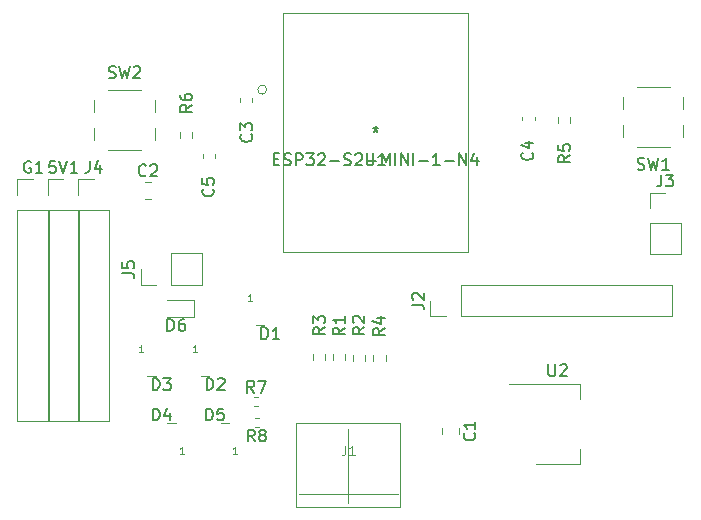
<source format=gbr>
%TF.GenerationSoftware,KiCad,Pcbnew,(6.0.4)*%
%TF.CreationDate,2022-06-24T22:40:59+02:00*%
%TF.ProjectId,ESP32_robot,45535033-325f-4726-9f62-6f742e6b6963,rev?*%
%TF.SameCoordinates,Original*%
%TF.FileFunction,Legend,Top*%
%TF.FilePolarity,Positive*%
%FSLAX46Y46*%
G04 Gerber Fmt 4.6, Leading zero omitted, Abs format (unit mm)*
G04 Created by KiCad (PCBNEW (6.0.4)) date 2022-06-24 22:40:59*
%MOMM*%
%LPD*%
G01*
G04 APERTURE LIST*
%ADD10C,0.150000*%
%ADD11C,0.100000*%
%ADD12C,0.120000*%
%ADD13C,0.020000*%
G04 APERTURE END LIST*
D10*
%TO.C,C3*%
X96140542Y-50928866D02*
X96188161Y-50976485D01*
X96235780Y-51119342D01*
X96235780Y-51214580D01*
X96188161Y-51357438D01*
X96092923Y-51452676D01*
X95997685Y-51500295D01*
X95807209Y-51547914D01*
X95664352Y-51547914D01*
X95473876Y-51500295D01*
X95378638Y-51452676D01*
X95283400Y-51357438D01*
X95235780Y-51214580D01*
X95235780Y-51119342D01*
X95283400Y-50976485D01*
X95331019Y-50928866D01*
X95235780Y-50595533D02*
X95235780Y-49976485D01*
X95616733Y-50309819D01*
X95616733Y-50166961D01*
X95664352Y-50071723D01*
X95711971Y-50024104D01*
X95807209Y-49976485D01*
X96045304Y-49976485D01*
X96140542Y-50024104D01*
X96188161Y-50071723D01*
X96235780Y-50166961D01*
X96235780Y-50452676D01*
X96188161Y-50547914D01*
X96140542Y-50595533D01*
D11*
%TO.C,J1*%
X104101933Y-77287304D02*
X104101933Y-77858733D01*
X104063838Y-77973019D01*
X103987647Y-78049209D01*
X103873361Y-78087304D01*
X103797171Y-78087304D01*
X104901933Y-78087304D02*
X104444790Y-78087304D01*
X104673361Y-78087304D02*
X104673361Y-77287304D01*
X104597171Y-77401590D01*
X104520980Y-77477780D01*
X104444790Y-77515876D01*
D10*
%TO.C,R5*%
X123123530Y-52703666D02*
X122647340Y-53037000D01*
X123123530Y-53275095D02*
X122123530Y-53275095D01*
X122123530Y-52894142D01*
X122171150Y-52798904D01*
X122218769Y-52751285D01*
X122314007Y-52703666D01*
X122456864Y-52703666D01*
X122552102Y-52751285D01*
X122599721Y-52798904D01*
X122647340Y-52894142D01*
X122647340Y-53275095D01*
X122123530Y-51798904D02*
X122123530Y-52275095D01*
X122599721Y-52322714D01*
X122552102Y-52275095D01*
X122504483Y-52179857D01*
X122504483Y-51941761D01*
X122552102Y-51846523D01*
X122599721Y-51798904D01*
X122694959Y-51751285D01*
X122933054Y-51751285D01*
X123028292Y-51798904D01*
X123075911Y-51846523D01*
X123123530Y-51941761D01*
X123123530Y-52179857D01*
X123075911Y-52275095D01*
X123028292Y-52322714D01*
%TO.C,J4*%
X82466666Y-53172380D02*
X82466666Y-53886666D01*
X82419047Y-54029523D01*
X82323809Y-54124761D01*
X82180952Y-54172380D01*
X82085714Y-54172380D01*
X83371428Y-53505714D02*
X83371428Y-54172380D01*
X83133333Y-53124761D02*
X82895238Y-53839047D01*
X83514285Y-53839047D01*
%TO.C,U1*%
X105918095Y-52540895D02*
X105918095Y-53350419D01*
X105965714Y-53445657D01*
X106013333Y-53493276D01*
X106108571Y-53540895D01*
X106299047Y-53540895D01*
X106394285Y-53493276D01*
X106441904Y-53445657D01*
X106489523Y-53350419D01*
X106489523Y-52540895D01*
X107489523Y-53540895D02*
X106918095Y-53540895D01*
X107203809Y-53540895D02*
X107203809Y-52540895D01*
X107108571Y-52683753D01*
X107013333Y-52778991D01*
X106918095Y-52826610D01*
X98060952Y-53017086D02*
X98394285Y-53017086D01*
X98537142Y-53540895D02*
X98060952Y-53540895D01*
X98060952Y-52540895D01*
X98537142Y-52540895D01*
X98918095Y-53493276D02*
X99060952Y-53540895D01*
X99299047Y-53540895D01*
X99394285Y-53493276D01*
X99441904Y-53445657D01*
X99489523Y-53350419D01*
X99489523Y-53255181D01*
X99441904Y-53159943D01*
X99394285Y-53112324D01*
X99299047Y-53064705D01*
X99108571Y-53017086D01*
X99013333Y-52969467D01*
X98965714Y-52921848D01*
X98918095Y-52826610D01*
X98918095Y-52731372D01*
X98965714Y-52636134D01*
X99013333Y-52588515D01*
X99108571Y-52540895D01*
X99346666Y-52540895D01*
X99489523Y-52588515D01*
X99918095Y-53540895D02*
X99918095Y-52540895D01*
X100299047Y-52540895D01*
X100394285Y-52588515D01*
X100441904Y-52636134D01*
X100489523Y-52731372D01*
X100489523Y-52874229D01*
X100441904Y-52969467D01*
X100394285Y-53017086D01*
X100299047Y-53064705D01*
X99918095Y-53064705D01*
X100822857Y-52540895D02*
X101441904Y-52540895D01*
X101108571Y-52921848D01*
X101251428Y-52921848D01*
X101346666Y-52969467D01*
X101394285Y-53017086D01*
X101441904Y-53112324D01*
X101441904Y-53350419D01*
X101394285Y-53445657D01*
X101346666Y-53493276D01*
X101251428Y-53540895D01*
X100965714Y-53540895D01*
X100870476Y-53493276D01*
X100822857Y-53445657D01*
X101822857Y-52636134D02*
X101870476Y-52588515D01*
X101965714Y-52540895D01*
X102203809Y-52540895D01*
X102299047Y-52588515D01*
X102346666Y-52636134D01*
X102394285Y-52731372D01*
X102394285Y-52826610D01*
X102346666Y-52969467D01*
X101775238Y-53540895D01*
X102394285Y-53540895D01*
X102822857Y-53159943D02*
X103584761Y-53159943D01*
X104013333Y-53493276D02*
X104156190Y-53540895D01*
X104394285Y-53540895D01*
X104489523Y-53493276D01*
X104537142Y-53445657D01*
X104584761Y-53350419D01*
X104584761Y-53255181D01*
X104537142Y-53159943D01*
X104489523Y-53112324D01*
X104394285Y-53064705D01*
X104203809Y-53017086D01*
X104108571Y-52969467D01*
X104060952Y-52921848D01*
X104013333Y-52826610D01*
X104013333Y-52731372D01*
X104060952Y-52636134D01*
X104108571Y-52588515D01*
X104203809Y-52540895D01*
X104441904Y-52540895D01*
X104584761Y-52588515D01*
X104965714Y-52636134D02*
X105013333Y-52588515D01*
X105108571Y-52540895D01*
X105346666Y-52540895D01*
X105441904Y-52588515D01*
X105489523Y-52636134D01*
X105537142Y-52731372D01*
X105537142Y-52826610D01*
X105489523Y-52969467D01*
X104918095Y-53540895D01*
X105537142Y-53540895D01*
X105965714Y-53159943D02*
X106727619Y-53159943D01*
X107203809Y-53540895D02*
X107203809Y-52540895D01*
X107537142Y-53255181D01*
X107870476Y-52540895D01*
X107870476Y-53540895D01*
X108346666Y-53540895D02*
X108346666Y-52540895D01*
X108822857Y-53540895D02*
X108822857Y-52540895D01*
X109394285Y-53540895D01*
X109394285Y-52540895D01*
X109870476Y-53540895D02*
X109870476Y-52540895D01*
X110346666Y-53159943D02*
X111108571Y-53159943D01*
X112108571Y-53540895D02*
X111537142Y-53540895D01*
X111822857Y-53540895D02*
X111822857Y-52540895D01*
X111727619Y-52683753D01*
X111632380Y-52778991D01*
X111537142Y-52826610D01*
X112537142Y-53159943D02*
X113299047Y-53159943D01*
X113775238Y-53540895D02*
X113775238Y-52540895D01*
X114346666Y-53540895D01*
X114346666Y-52540895D01*
X115251428Y-52874229D02*
X115251428Y-53540895D01*
X115013333Y-52493276D02*
X114775238Y-53207562D01*
X115394285Y-53207562D01*
X106680000Y-50252380D02*
X106680000Y-50490476D01*
X106441904Y-50395238D02*
X106680000Y-50490476D01*
X106918095Y-50395238D01*
X106537142Y-50680952D02*
X106680000Y-50490476D01*
X106822857Y-50680952D01*
%TO.C,C2*%
X87233333Y-54377142D02*
X87185714Y-54424761D01*
X87042857Y-54472380D01*
X86947619Y-54472380D01*
X86804761Y-54424761D01*
X86709523Y-54329523D01*
X86661904Y-54234285D01*
X86614285Y-54043809D01*
X86614285Y-53900952D01*
X86661904Y-53710476D01*
X86709523Y-53615238D01*
X86804761Y-53520000D01*
X86947619Y-53472380D01*
X87042857Y-53472380D01*
X87185714Y-53520000D01*
X87233333Y-53567619D01*
X87614285Y-53567619D02*
X87661904Y-53520000D01*
X87757142Y-53472380D01*
X87995238Y-53472380D01*
X88090476Y-53520000D01*
X88138095Y-53567619D01*
X88185714Y-53662857D01*
X88185714Y-53758095D01*
X88138095Y-53900952D01*
X87566666Y-54472380D01*
X88185714Y-54472380D01*
%TO.C,R3*%
X102382580Y-67265866D02*
X101906390Y-67599200D01*
X102382580Y-67837295D02*
X101382580Y-67837295D01*
X101382580Y-67456342D01*
X101430200Y-67361104D01*
X101477819Y-67313485D01*
X101573057Y-67265866D01*
X101715914Y-67265866D01*
X101811152Y-67313485D01*
X101858771Y-67361104D01*
X101906390Y-67456342D01*
X101906390Y-67837295D01*
X101382580Y-66932533D02*
X101382580Y-66313485D01*
X101763533Y-66646819D01*
X101763533Y-66503961D01*
X101811152Y-66408723D01*
X101858771Y-66361104D01*
X101954009Y-66313485D01*
X102192104Y-66313485D01*
X102287342Y-66361104D01*
X102334961Y-66408723D01*
X102382580Y-66503961D01*
X102382580Y-66789676D01*
X102334961Y-66884914D01*
X102287342Y-66932533D01*
%TO.C,U2*%
X121305895Y-70392780D02*
X121305895Y-71202304D01*
X121353514Y-71297542D01*
X121401133Y-71345161D01*
X121496371Y-71392780D01*
X121686847Y-71392780D01*
X121782085Y-71345161D01*
X121829704Y-71297542D01*
X121877323Y-71202304D01*
X121877323Y-70392780D01*
X122305895Y-70488019D02*
X122353514Y-70440400D01*
X122448752Y-70392780D01*
X122686847Y-70392780D01*
X122782085Y-70440400D01*
X122829704Y-70488019D01*
X122877323Y-70583257D01*
X122877323Y-70678495D01*
X122829704Y-70821352D01*
X122258276Y-71392780D01*
X122877323Y-71392780D01*
%TO.C,C1*%
X115037142Y-76216666D02*
X115084761Y-76264285D01*
X115132380Y-76407142D01*
X115132380Y-76502380D01*
X115084761Y-76645238D01*
X114989523Y-76740476D01*
X114894285Y-76788095D01*
X114703809Y-76835714D01*
X114560952Y-76835714D01*
X114370476Y-76788095D01*
X114275238Y-76740476D01*
X114180000Y-76645238D01*
X114132380Y-76502380D01*
X114132380Y-76407142D01*
X114180000Y-76264285D01*
X114227619Y-76216666D01*
X115132380Y-75264285D02*
X115132380Y-75835714D01*
X115132380Y-75550000D02*
X114132380Y-75550000D01*
X114275238Y-75645238D01*
X114370476Y-75740476D01*
X114418095Y-75835714D01*
%TO.C,J3*%
X130866666Y-54322380D02*
X130866666Y-55036666D01*
X130819047Y-55179523D01*
X130723809Y-55274761D01*
X130580952Y-55322380D01*
X130485714Y-55322380D01*
X131247619Y-54322380D02*
X131866666Y-54322380D01*
X131533333Y-54703333D01*
X131676190Y-54703333D01*
X131771428Y-54750952D01*
X131819047Y-54798571D01*
X131866666Y-54893809D01*
X131866666Y-55131904D01*
X131819047Y-55227142D01*
X131771428Y-55274761D01*
X131676190Y-55322380D01*
X131390476Y-55322380D01*
X131295238Y-55274761D01*
X131247619Y-55227142D01*
%TO.C,R8*%
X96443333Y-76922380D02*
X96110000Y-76446190D01*
X95871904Y-76922380D02*
X95871904Y-75922380D01*
X96252857Y-75922380D01*
X96348095Y-75970000D01*
X96395714Y-76017619D01*
X96443333Y-76112857D01*
X96443333Y-76255714D01*
X96395714Y-76350952D01*
X96348095Y-76398571D01*
X96252857Y-76446190D01*
X95871904Y-76446190D01*
X97014761Y-76350952D02*
X96919523Y-76303333D01*
X96871904Y-76255714D01*
X96824285Y-76160476D01*
X96824285Y-76112857D01*
X96871904Y-76017619D01*
X96919523Y-75970000D01*
X97014761Y-75922380D01*
X97205238Y-75922380D01*
X97300476Y-75970000D01*
X97348095Y-76017619D01*
X97395714Y-76112857D01*
X97395714Y-76160476D01*
X97348095Y-76255714D01*
X97300476Y-76303333D01*
X97205238Y-76350952D01*
X97014761Y-76350952D01*
X96919523Y-76398571D01*
X96871904Y-76446190D01*
X96824285Y-76541428D01*
X96824285Y-76731904D01*
X96871904Y-76827142D01*
X96919523Y-76874761D01*
X97014761Y-76922380D01*
X97205238Y-76922380D01*
X97300476Y-76874761D01*
X97348095Y-76827142D01*
X97395714Y-76731904D01*
X97395714Y-76541428D01*
X97348095Y-76446190D01*
X97300476Y-76398571D01*
X97205238Y-76350952D01*
%TO.C,D2*%
X92361904Y-72562380D02*
X92361904Y-71562380D01*
X92600000Y-71562380D01*
X92742857Y-71610000D01*
X92838095Y-71705238D01*
X92885714Y-71800476D01*
X92933333Y-71990952D01*
X92933333Y-72133809D01*
X92885714Y-72324285D01*
X92838095Y-72419523D01*
X92742857Y-72514761D01*
X92600000Y-72562380D01*
X92361904Y-72562380D01*
X93314285Y-71657619D02*
X93361904Y-71610000D01*
X93457142Y-71562380D01*
X93695238Y-71562380D01*
X93790476Y-71610000D01*
X93838095Y-71657619D01*
X93885714Y-71752857D01*
X93885714Y-71848095D01*
X93838095Y-71990952D01*
X93266666Y-72562380D01*
X93885714Y-72562380D01*
D11*
X91571428Y-69371428D02*
X91228571Y-69371428D01*
X91400000Y-69371428D02*
X91400000Y-68771428D01*
X91342857Y-68857142D01*
X91285714Y-68914285D01*
X91228571Y-68942857D01*
D10*
%TO.C,R1*%
X104058980Y-67295066D02*
X103582790Y-67628400D01*
X104058980Y-67866495D02*
X103058980Y-67866495D01*
X103058980Y-67485542D01*
X103106600Y-67390304D01*
X103154219Y-67342685D01*
X103249457Y-67295066D01*
X103392314Y-67295066D01*
X103487552Y-67342685D01*
X103535171Y-67390304D01*
X103582790Y-67485542D01*
X103582790Y-67866495D01*
X104058980Y-66342685D02*
X104058980Y-66914114D01*
X104058980Y-66628400D02*
X103058980Y-66628400D01*
X103201838Y-66723638D01*
X103297076Y-66818876D01*
X103344695Y-66914114D01*
%TO.C,R6*%
X91130380Y-48426666D02*
X90654190Y-48760000D01*
X91130380Y-48998095D02*
X90130380Y-48998095D01*
X90130380Y-48617142D01*
X90178000Y-48521904D01*
X90225619Y-48474285D01*
X90320857Y-48426666D01*
X90463714Y-48426666D01*
X90558952Y-48474285D01*
X90606571Y-48521904D01*
X90654190Y-48617142D01*
X90654190Y-48998095D01*
X90130380Y-47569523D02*
X90130380Y-47760000D01*
X90178000Y-47855238D01*
X90225619Y-47902857D01*
X90368476Y-47998095D01*
X90558952Y-48045714D01*
X90939904Y-48045714D01*
X91035142Y-47998095D01*
X91082761Y-47950476D01*
X91130380Y-47855238D01*
X91130380Y-47664761D01*
X91082761Y-47569523D01*
X91035142Y-47521904D01*
X90939904Y-47474285D01*
X90701809Y-47474285D01*
X90606571Y-47521904D01*
X90558952Y-47569523D01*
X90511333Y-47664761D01*
X90511333Y-47855238D01*
X90558952Y-47950476D01*
X90606571Y-47998095D01*
X90701809Y-48045714D01*
%TO.C,J2*%
X109772380Y-65333333D02*
X110486666Y-65333333D01*
X110629523Y-65380952D01*
X110724761Y-65476190D01*
X110772380Y-65619047D01*
X110772380Y-65714285D01*
X109867619Y-64904761D02*
X109820000Y-64857142D01*
X109772380Y-64761904D01*
X109772380Y-64523809D01*
X109820000Y-64428571D01*
X109867619Y-64380952D01*
X109962857Y-64333333D01*
X110058095Y-64333333D01*
X110200952Y-64380952D01*
X110772380Y-64952380D01*
X110772380Y-64333333D01*
%TO.C,SW2*%
X84086866Y-46112561D02*
X84229723Y-46160180D01*
X84467819Y-46160180D01*
X84563057Y-46112561D01*
X84610676Y-46064942D01*
X84658295Y-45969704D01*
X84658295Y-45874466D01*
X84610676Y-45779228D01*
X84563057Y-45731609D01*
X84467819Y-45683990D01*
X84277342Y-45636371D01*
X84182104Y-45588752D01*
X84134485Y-45541133D01*
X84086866Y-45445895D01*
X84086866Y-45350657D01*
X84134485Y-45255419D01*
X84182104Y-45207800D01*
X84277342Y-45160180D01*
X84515438Y-45160180D01*
X84658295Y-45207800D01*
X84991628Y-45160180D02*
X85229723Y-46160180D01*
X85420200Y-45445895D01*
X85610676Y-46160180D01*
X85848771Y-45160180D01*
X86182104Y-45255419D02*
X86229723Y-45207800D01*
X86324961Y-45160180D01*
X86563057Y-45160180D01*
X86658295Y-45207800D01*
X86705914Y-45255419D01*
X86753533Y-45350657D01*
X86753533Y-45445895D01*
X86705914Y-45588752D01*
X86134485Y-46160180D01*
X86753533Y-46160180D01*
%TO.C,SW1*%
X128856216Y-53868361D02*
X128999073Y-53915980D01*
X129237169Y-53915980D01*
X129332407Y-53868361D01*
X129380026Y-53820742D01*
X129427645Y-53725504D01*
X129427645Y-53630266D01*
X129380026Y-53535028D01*
X129332407Y-53487409D01*
X129237169Y-53439790D01*
X129046692Y-53392171D01*
X128951454Y-53344552D01*
X128903835Y-53296933D01*
X128856216Y-53201695D01*
X128856216Y-53106457D01*
X128903835Y-53011219D01*
X128951454Y-52963600D01*
X129046692Y-52915980D01*
X129284788Y-52915980D01*
X129427645Y-52963600D01*
X129760978Y-52915980D02*
X129999073Y-53915980D01*
X130189550Y-53201695D01*
X130380026Y-53915980D01*
X130618121Y-52915980D01*
X131522883Y-53915980D02*
X130951454Y-53915980D01*
X131237169Y-53915980D02*
X131237169Y-52915980D01*
X131141930Y-53058838D01*
X131046692Y-53154076D01*
X130951454Y-53201695D01*
%TO.C,D3*%
X87811904Y-72572380D02*
X87811904Y-71572380D01*
X88050000Y-71572380D01*
X88192857Y-71620000D01*
X88288095Y-71715238D01*
X88335714Y-71810476D01*
X88383333Y-72000952D01*
X88383333Y-72143809D01*
X88335714Y-72334285D01*
X88288095Y-72429523D01*
X88192857Y-72524761D01*
X88050000Y-72572380D01*
X87811904Y-72572380D01*
X88716666Y-71572380D02*
X89335714Y-71572380D01*
X89002380Y-71953333D01*
X89145238Y-71953333D01*
X89240476Y-72000952D01*
X89288095Y-72048571D01*
X89335714Y-72143809D01*
X89335714Y-72381904D01*
X89288095Y-72477142D01*
X89240476Y-72524761D01*
X89145238Y-72572380D01*
X88859523Y-72572380D01*
X88764285Y-72524761D01*
X88716666Y-72477142D01*
D11*
X87021428Y-69381428D02*
X86678571Y-69381428D01*
X86850000Y-69381428D02*
X86850000Y-68781428D01*
X86792857Y-68867142D01*
X86735714Y-68924285D01*
X86678571Y-68952857D01*
D10*
%TO.C,D4*%
X87811904Y-75142380D02*
X87811904Y-74142380D01*
X88050000Y-74142380D01*
X88192857Y-74190000D01*
X88288095Y-74285238D01*
X88335714Y-74380476D01*
X88383333Y-74570952D01*
X88383333Y-74713809D01*
X88335714Y-74904285D01*
X88288095Y-74999523D01*
X88192857Y-75094761D01*
X88050000Y-75142380D01*
X87811904Y-75142380D01*
X89240476Y-74475714D02*
X89240476Y-75142380D01*
X89002380Y-74094761D02*
X88764285Y-74809047D01*
X89383333Y-74809047D01*
D11*
X90421428Y-77971428D02*
X90078571Y-77971428D01*
X90250000Y-77971428D02*
X90250000Y-77371428D01*
X90192857Y-77457142D01*
X90135714Y-77514285D01*
X90078571Y-77542857D01*
D10*
%TO.C,5V1*%
X79573333Y-53182380D02*
X79097142Y-53182380D01*
X79049523Y-53658571D01*
X79097142Y-53610952D01*
X79192380Y-53563333D01*
X79430476Y-53563333D01*
X79525714Y-53610952D01*
X79573333Y-53658571D01*
X79620952Y-53753809D01*
X79620952Y-53991904D01*
X79573333Y-54087142D01*
X79525714Y-54134761D01*
X79430476Y-54182380D01*
X79192380Y-54182380D01*
X79097142Y-54134761D01*
X79049523Y-54087142D01*
X79906666Y-53182380D02*
X80240000Y-54182380D01*
X80573333Y-53182380D01*
X81430476Y-54182380D02*
X80859047Y-54182380D01*
X81144761Y-54182380D02*
X81144761Y-53182380D01*
X81049523Y-53325238D01*
X80954285Y-53420476D01*
X80859047Y-53468095D01*
%TO.C,D6*%
X89051904Y-67572380D02*
X89051904Y-66572380D01*
X89290000Y-66572380D01*
X89432857Y-66620000D01*
X89528095Y-66715238D01*
X89575714Y-66810476D01*
X89623333Y-67000952D01*
X89623333Y-67143809D01*
X89575714Y-67334285D01*
X89528095Y-67429523D01*
X89432857Y-67524761D01*
X89290000Y-67572380D01*
X89051904Y-67572380D01*
X90480476Y-66572380D02*
X90290000Y-66572380D01*
X90194761Y-66620000D01*
X90147142Y-66667619D01*
X90051904Y-66810476D01*
X90004285Y-67000952D01*
X90004285Y-67381904D01*
X90051904Y-67477142D01*
X90099523Y-67524761D01*
X90194761Y-67572380D01*
X90385238Y-67572380D01*
X90480476Y-67524761D01*
X90528095Y-67477142D01*
X90575714Y-67381904D01*
X90575714Y-67143809D01*
X90528095Y-67048571D01*
X90480476Y-67000952D01*
X90385238Y-66953333D01*
X90194761Y-66953333D01*
X90099523Y-67000952D01*
X90051904Y-67048571D01*
X90004285Y-67143809D01*
%TO.C,D1*%
X97011904Y-68262380D02*
X97011904Y-67262380D01*
X97250000Y-67262380D01*
X97392857Y-67310000D01*
X97488095Y-67405238D01*
X97535714Y-67500476D01*
X97583333Y-67690952D01*
X97583333Y-67833809D01*
X97535714Y-68024285D01*
X97488095Y-68119523D01*
X97392857Y-68214761D01*
X97250000Y-68262380D01*
X97011904Y-68262380D01*
X98535714Y-68262380D02*
X97964285Y-68262380D01*
X98250000Y-68262380D02*
X98250000Y-67262380D01*
X98154761Y-67405238D01*
X98059523Y-67500476D01*
X97964285Y-67548095D01*
D11*
X96221428Y-65071428D02*
X95878571Y-65071428D01*
X96050000Y-65071428D02*
X96050000Y-64471428D01*
X95992857Y-64557142D01*
X95935714Y-64614285D01*
X95878571Y-64642857D01*
D10*
%TO.C,J5*%
X85247380Y-62673333D02*
X85961666Y-62673333D01*
X86104523Y-62720952D01*
X86199761Y-62816190D01*
X86247380Y-62959047D01*
X86247380Y-63054285D01*
X85247380Y-61720952D02*
X85247380Y-62197142D01*
X85723571Y-62244761D01*
X85675952Y-62197142D01*
X85628333Y-62101904D01*
X85628333Y-61863809D01*
X85675952Y-61768571D01*
X85723571Y-61720952D01*
X85818809Y-61673333D01*
X86056904Y-61673333D01*
X86152142Y-61720952D01*
X86199761Y-61768571D01*
X86247380Y-61863809D01*
X86247380Y-62101904D01*
X86199761Y-62197142D01*
X86152142Y-62244761D01*
%TO.C,R7*%
X96388333Y-72782380D02*
X96055000Y-72306190D01*
X95816904Y-72782380D02*
X95816904Y-71782380D01*
X96197857Y-71782380D01*
X96293095Y-71830000D01*
X96340714Y-71877619D01*
X96388333Y-71972857D01*
X96388333Y-72115714D01*
X96340714Y-72210952D01*
X96293095Y-72258571D01*
X96197857Y-72306190D01*
X95816904Y-72306190D01*
X96721666Y-71782380D02*
X97388333Y-71782380D01*
X96959761Y-72782380D01*
%TO.C,C4*%
X119929492Y-52475066D02*
X119977111Y-52522685D01*
X120024730Y-52665542D01*
X120024730Y-52760780D01*
X119977111Y-52903638D01*
X119881873Y-52998876D01*
X119786635Y-53046495D01*
X119596159Y-53094114D01*
X119453302Y-53094114D01*
X119262826Y-53046495D01*
X119167588Y-52998876D01*
X119072350Y-52903638D01*
X119024730Y-52760780D01*
X119024730Y-52665542D01*
X119072350Y-52522685D01*
X119119969Y-52475066D01*
X119358064Y-51617923D02*
X120024730Y-51617923D01*
X118977111Y-51856019D02*
X119691397Y-52094114D01*
X119691397Y-51475066D01*
%TO.C,R2*%
X105733480Y-67246166D02*
X105257290Y-67579500D01*
X105733480Y-67817595D02*
X104733480Y-67817595D01*
X104733480Y-67436642D01*
X104781100Y-67341404D01*
X104828719Y-67293785D01*
X104923957Y-67246166D01*
X105066814Y-67246166D01*
X105162052Y-67293785D01*
X105209671Y-67341404D01*
X105257290Y-67436642D01*
X105257290Y-67817595D01*
X104828719Y-66865214D02*
X104781100Y-66817595D01*
X104733480Y-66722357D01*
X104733480Y-66484261D01*
X104781100Y-66389023D01*
X104828719Y-66341404D01*
X104923957Y-66293785D01*
X105019195Y-66293785D01*
X105162052Y-66341404D01*
X105733480Y-66912833D01*
X105733480Y-66293785D01*
%TO.C,G1*%
X77465714Y-53230000D02*
X77370476Y-53182380D01*
X77227619Y-53182380D01*
X77084761Y-53230000D01*
X76989523Y-53325238D01*
X76941904Y-53420476D01*
X76894285Y-53610952D01*
X76894285Y-53753809D01*
X76941904Y-53944285D01*
X76989523Y-54039523D01*
X77084761Y-54134761D01*
X77227619Y-54182380D01*
X77322857Y-54182380D01*
X77465714Y-54134761D01*
X77513333Y-54087142D01*
X77513333Y-53753809D01*
X77322857Y-53753809D01*
X78465714Y-54182380D02*
X77894285Y-54182380D01*
X78180000Y-54182380D02*
X78180000Y-53182380D01*
X78084761Y-53325238D01*
X77989523Y-53420476D01*
X77894285Y-53468095D01*
%TO.C,D5*%
X92311904Y-75142380D02*
X92311904Y-74142380D01*
X92550000Y-74142380D01*
X92692857Y-74190000D01*
X92788095Y-74285238D01*
X92835714Y-74380476D01*
X92883333Y-74570952D01*
X92883333Y-74713809D01*
X92835714Y-74904285D01*
X92788095Y-74999523D01*
X92692857Y-75094761D01*
X92550000Y-75142380D01*
X92311904Y-75142380D01*
X93788095Y-74142380D02*
X93311904Y-74142380D01*
X93264285Y-74618571D01*
X93311904Y-74570952D01*
X93407142Y-74523333D01*
X93645238Y-74523333D01*
X93740476Y-74570952D01*
X93788095Y-74618571D01*
X93835714Y-74713809D01*
X93835714Y-74951904D01*
X93788095Y-75047142D01*
X93740476Y-75094761D01*
X93645238Y-75142380D01*
X93407142Y-75142380D01*
X93311904Y-75094761D01*
X93264285Y-75047142D01*
D11*
X94921428Y-77971428D02*
X94578571Y-77971428D01*
X94750000Y-77971428D02*
X94750000Y-77371428D01*
X94692857Y-77457142D01*
X94635714Y-77514285D01*
X94578571Y-77542857D01*
D10*
%TO.C,C5*%
X92901742Y-55551666D02*
X92949361Y-55599285D01*
X92996980Y-55742142D01*
X92996980Y-55837380D01*
X92949361Y-55980238D01*
X92854123Y-56075476D01*
X92758885Y-56123095D01*
X92568409Y-56170714D01*
X92425552Y-56170714D01*
X92235076Y-56123095D01*
X92139838Y-56075476D01*
X92044600Y-55980238D01*
X91996980Y-55837380D01*
X91996980Y-55742142D01*
X92044600Y-55599285D01*
X92092219Y-55551666D01*
X91996980Y-54646904D02*
X91996980Y-55123095D01*
X92473171Y-55170714D01*
X92425552Y-55123095D01*
X92377933Y-55027857D01*
X92377933Y-54789761D01*
X92425552Y-54694523D01*
X92473171Y-54646904D01*
X92568409Y-54599285D01*
X92806504Y-54599285D01*
X92901742Y-54646904D01*
X92949361Y-54694523D01*
X92996980Y-54789761D01*
X92996980Y-55027857D01*
X92949361Y-55123095D01*
X92901742Y-55170714D01*
%TO.C,R4*%
X107437180Y-67342066D02*
X106960990Y-67675400D01*
X107437180Y-67913495D02*
X106437180Y-67913495D01*
X106437180Y-67532542D01*
X106484800Y-67437304D01*
X106532419Y-67389685D01*
X106627657Y-67342066D01*
X106770514Y-67342066D01*
X106865752Y-67389685D01*
X106913371Y-67437304D01*
X106960990Y-67532542D01*
X106960990Y-67913495D01*
X106770514Y-66484923D02*
X107437180Y-66484923D01*
X106389561Y-66723019D02*
X107103847Y-66961114D01*
X107103847Y-66342066D01*
D12*
%TO.C,C3*%
X95222600Y-47878420D02*
X95222600Y-48159580D01*
X96242600Y-47878420D02*
X96242600Y-48159580D01*
D11*
%TO.C,J1*%
X108568600Y-81375400D02*
X100168600Y-81375400D01*
X99968600Y-75375400D02*
X108768600Y-75375400D01*
X99968600Y-75375400D02*
X99968600Y-82475400D01*
X108768600Y-75375400D02*
X108768600Y-82475400D01*
X108768600Y-82475400D02*
X99968600Y-82475400D01*
D13*
X104368600Y-75855400D02*
X104368600Y-82175400D01*
D12*
%TO.C,R5*%
X123168250Y-49972324D02*
X123168250Y-49462876D01*
X122123250Y-49972324D02*
X122123250Y-49462876D01*
%TO.C,J4*%
X81470000Y-56050000D02*
X81470000Y-54720000D01*
X84130000Y-57320000D02*
X84130000Y-75160000D01*
X81470000Y-57320000D02*
X81470000Y-75160000D01*
X81470000Y-54720000D02*
X82800000Y-54720000D01*
X81470000Y-75160000D02*
X84130000Y-75160000D01*
X81470000Y-57320000D02*
X84130000Y-57320000D01*
%TO.C,U1*%
X114503200Y-60921900D02*
X114503200Y-40678100D01*
X114503200Y-40678100D02*
X98856800Y-40678100D01*
X98856800Y-60921900D02*
X114503200Y-60921900D01*
X98856800Y-40678100D02*
X98856800Y-60921900D01*
X97459800Y-47138514D02*
G75*
G03*
X97459800Y-47138514I-381000J0D01*
G01*
%TO.C,C2*%
X87138748Y-54965000D02*
X87661252Y-54965000D01*
X87138748Y-56435000D02*
X87661252Y-56435000D01*
%TO.C,R3*%
X101382300Y-70046324D02*
X101382300Y-69536876D01*
X102427300Y-70046324D02*
X102427300Y-69536876D01*
%TO.C,U2*%
X123977800Y-72030400D02*
X123977800Y-73290400D01*
X117967800Y-72030400D02*
X123977800Y-72030400D01*
X123977800Y-78850400D02*
X123977800Y-77590400D01*
X120217800Y-78850400D02*
X123977800Y-78850400D01*
%TO.C,C1*%
X113735000Y-75788748D02*
X113735000Y-76311252D01*
X112265000Y-75788748D02*
X112265000Y-76311252D01*
%TO.C,J3*%
X129870000Y-57200000D02*
X129870000Y-55870000D01*
X129870000Y-55870000D02*
X131200000Y-55870000D01*
X129870000Y-61070000D02*
X132530000Y-61070000D01*
X132530000Y-58470000D02*
X132530000Y-61070000D01*
X129870000Y-58470000D02*
X129870000Y-61070000D01*
X129870000Y-58470000D02*
X132530000Y-58470000D01*
%TO.C,R8*%
X96763641Y-74920000D02*
X96456359Y-74920000D01*
X96763641Y-75680000D02*
X96456359Y-75680000D01*
%TO.C,D2*%
X91900000Y-71400000D02*
X92600000Y-71400000D01*
%TO.C,R1*%
X103058700Y-70048224D02*
X103058700Y-69538776D01*
X104103700Y-70048224D02*
X104103700Y-69538776D01*
%TO.C,R6*%
X91149700Y-51230624D02*
X91149700Y-50721176D01*
X90104700Y-51230624D02*
X90104700Y-50721176D01*
%TO.C,J2*%
X131760000Y-66330000D02*
X131760000Y-63670000D01*
X113920000Y-66330000D02*
X131760000Y-66330000D01*
X111320000Y-66330000D02*
X111320000Y-65000000D01*
X113920000Y-63670000D02*
X131760000Y-63670000D01*
X113920000Y-66330000D02*
X113920000Y-63670000D01*
X112650000Y-66330000D02*
X111320000Y-66330000D01*
%TO.C,SW2*%
X82870200Y-50382800D02*
X82870200Y-51407800D01*
X84045200Y-52257800D02*
X86795200Y-52257800D01*
X87970200Y-50382800D02*
X87970200Y-51407800D01*
X87970200Y-48007800D02*
X87970200Y-49032800D01*
X84045200Y-47157800D02*
X86795200Y-47157800D01*
X82870200Y-48007800D02*
X82870200Y-49032800D01*
%TO.C,SW1*%
X127639550Y-48788600D02*
X127639550Y-47763600D01*
X127639550Y-51163600D02*
X127639550Y-50138600D01*
X132739550Y-51163600D02*
X132739550Y-50138600D01*
X132739550Y-48788600D02*
X132739550Y-47763600D01*
X131564550Y-46913600D02*
X128814550Y-46913600D01*
X131564550Y-52013600D02*
X128814550Y-52013600D01*
%TO.C,D3*%
X87350000Y-71410000D02*
X88050000Y-71410000D01*
%TO.C,D4*%
X89750000Y-75400000D02*
X89050000Y-75400000D01*
%TO.C,5V1*%
X78910000Y-75170000D02*
X81570000Y-75170000D01*
X81570000Y-57330000D02*
X81570000Y-75170000D01*
X78910000Y-56060000D02*
X78910000Y-54730000D01*
X78910000Y-54730000D02*
X80240000Y-54730000D01*
X78910000Y-57330000D02*
X81570000Y-57330000D01*
X78910000Y-57330000D02*
X78910000Y-75170000D01*
%TO.C,D6*%
X91275000Y-64955000D02*
X88990000Y-64955000D01*
X91275000Y-66425000D02*
X91275000Y-64955000D01*
X88990000Y-66425000D02*
X91275000Y-66425000D01*
%TO.C,D1*%
X96550000Y-67100000D02*
X97250000Y-67100000D01*
%TO.C,J5*%
X91995000Y-63670000D02*
X91995000Y-61010000D01*
X89395000Y-63670000D02*
X91995000Y-63670000D01*
X89395000Y-63670000D02*
X89395000Y-61010000D01*
X86795000Y-63670000D02*
X86795000Y-62340000D01*
X89395000Y-61010000D02*
X91995000Y-61010000D01*
X88125000Y-63670000D02*
X86795000Y-63670000D01*
%TO.C,R7*%
X96401359Y-73120000D02*
X96708641Y-73120000D01*
X96401359Y-73880000D02*
X96708641Y-73880000D01*
%TO.C,C4*%
X119113150Y-49450020D02*
X119113150Y-49731180D01*
X120133150Y-49450020D02*
X120133150Y-49731180D01*
%TO.C,R2*%
X104735100Y-70077424D02*
X104735100Y-69567976D01*
X105780100Y-70077424D02*
X105780100Y-69567976D01*
%TO.C,G1*%
X76350000Y-56060000D02*
X76350000Y-54730000D01*
X76350000Y-54730000D02*
X77680000Y-54730000D01*
X76350000Y-57330000D02*
X76350000Y-75170000D01*
X79010000Y-57330000D02*
X79010000Y-75170000D01*
X76350000Y-75170000D02*
X79010000Y-75170000D01*
X76350000Y-57330000D02*
X79010000Y-57330000D01*
%TO.C,D5*%
X94250000Y-75400000D02*
X93550000Y-75400000D01*
%TO.C,C5*%
X92073000Y-52883980D02*
X92073000Y-52602820D01*
X93093000Y-52883980D02*
X93093000Y-52602820D01*
%TO.C,R4*%
X106487700Y-70097124D02*
X106487700Y-69587676D01*
X107532700Y-70097124D02*
X107532700Y-69587676D01*
%TD*%
M02*

</source>
